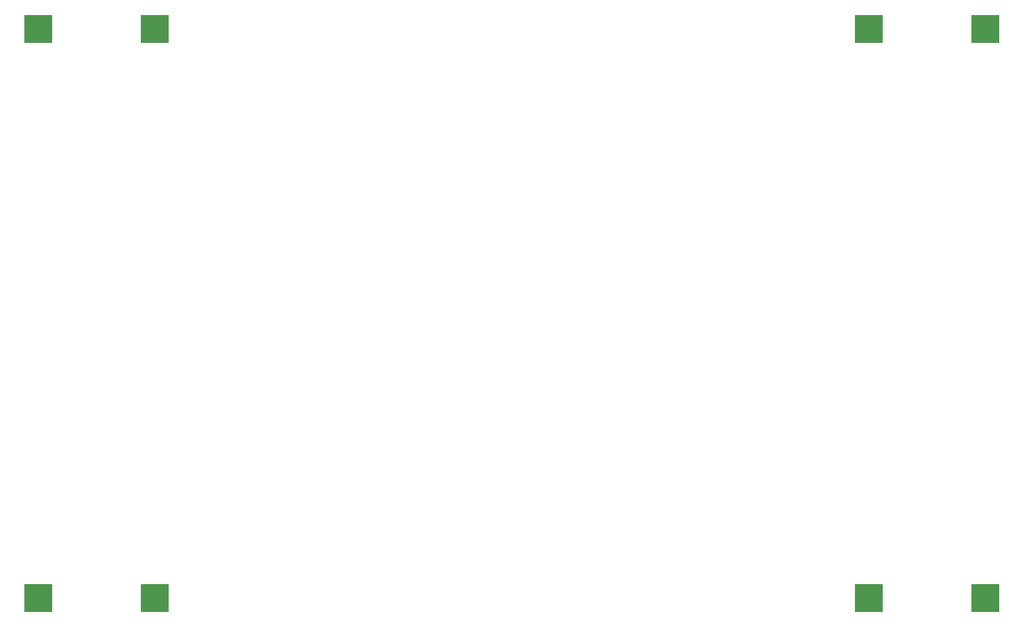
<source format=gbp>
G04*
G04 #@! TF.GenerationSoftware,Altium Limited,Altium Designer,19.0.8 (182)*
G04*
G04 Layer_Color=128*
%FSLAX25Y25*%
%MOIN*%
G70*
G01*
G75*
%ADD77R,0.16000X0.16000*%
D77*
X296786Y297500D02*
D03*
X363786D02*
D03*
X774273D02*
D03*
X841273D02*
D03*
X296786Y624987D02*
D03*
X363786D02*
D03*
X774273D02*
D03*
X841273D02*
D03*
M02*

</source>
